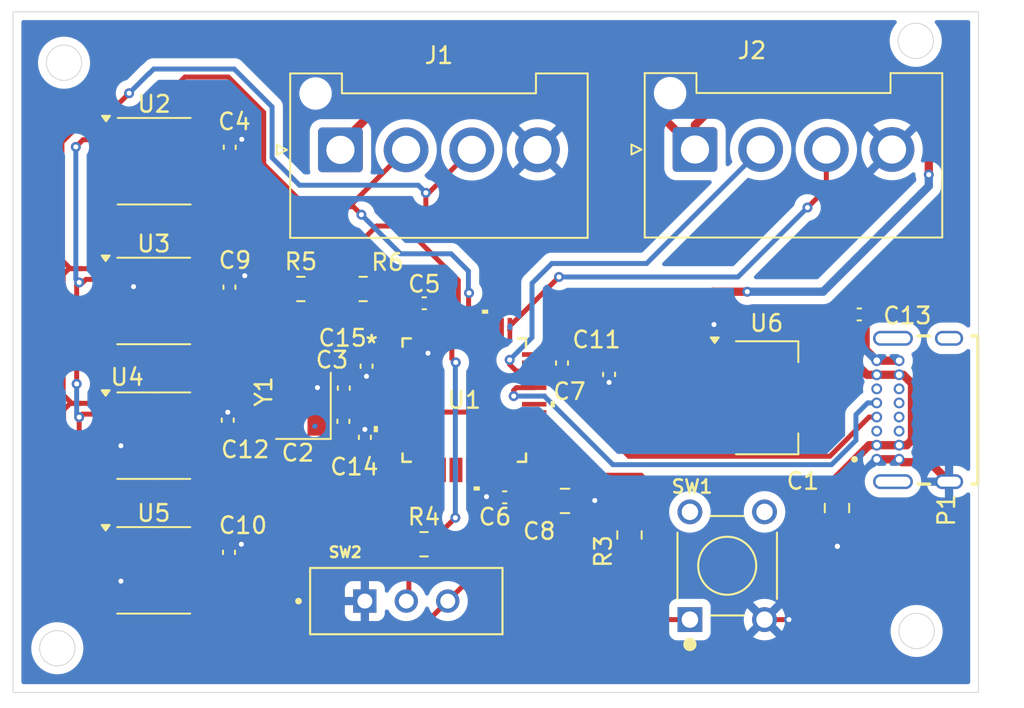
<source format=kicad_pcb>
(kicad_pcb (version 20241229) (generator "pcbnew") (generator_version "9.0")
  (layers (0 "F.Cu" signal) (2 "B.Cu" power) (13 "F.Paste" user) (15 "B.Paste" user) (5 "F.SilkS" user "F.Silkscreen") (7 "B.SilkS" user "B.Silkscreen") (1 "F.Mask" user) (3 "B.Mask" user) (25 "Edge.Cuts" user))
  (net 0 "")
  (net 1 "VBUS")
  (net 2 "GND")
  (net 3 "/OSC_OUT")
  (net 4 "/OSC_IN")
  (net 5 "+3.3V")
  (net 6 "/I2C_SCL")
  (net 7 "/SWCLK")
  (net 8 "/SWDIO")
  (net 13 "/DM")
  (net 14 "/DP")
  (net 15 "/RST")
  (net 16 "Net-(SW2-B)")
  (net 17 "/BOOT")
  (net 75 "/I2C_SDA")
  (footprint "Package_SO:TSSOP-14_4.4x5mm_P0.65mm" (layer "F.Cu") (at 143.0274 103.6066)
    (property "Reference" "U5")
    (property "Value" "AS5048B")
  )
  (footprint "Package_SO:TSSOP-14_4.4x5mm_P0.65mm" (layer "F.Cu") (at 143.0274 87.3506)
    (property "Reference" "U3")
    (property "Value" "AS5048B")
  )
  (footprint "Package_SO:TSSOP-14_4.4x5mm_P0.65mm" (layer "F.Cu") (at 143.0274 95.4786)
    (property "Reference" "U4")
    (property "Value" "AS5048B")
  )
  (footprint "Resistor_SMD:R_0805_2012Metric" (layer "F.Cu") (at 155.6564 86.627401 180)
    (property "Reference" "R6")
    (property "Value" "4.7k")
  )
  (footprint "Capacitor_SMD:C_0402_1005Metric" (layer "F.Cu") (at 159.3394 87.491001)
    (property "Reference" "C5")
    (property "Value" "100nF")
  )
  (footprint "Package_TO_SOT_SMD:SOT-223-3_TabPin2" (layer "F.Cu") (at 179.9844 93.1926)
    (property "Reference" "U6")
    (property "Value" "AMS1117-3.3")
  )
  (footprint "Capacitor_SMD:C_0805_2012Metric" (layer "F.Cu") (at 184.2262 99.8474 90)
    (property "Reference" "C1")
    (property "Value" "100nf")
  )
  (footprint "Capacitor_SMD:C_0402_1005Metric" (layer "F.Cu") (at 154.4626 94.6176 90)
    (property "Reference" "C2")
    (property "Value" "10pF")
  )
  (footprint "USB-C:GCT_USB4085-GF-A_REVB" (layer "F.Cu") (at 190.9826 93.9292 90)
    (property "Reference" "P1")
    (property "Value" "USB_C_Plug")
  )
  (footprint "Capacitor_SMD:C_0402_1005Metric" (layer "F.Cu") (at 155.758 95.5802 90)
    (property "Reference" "C14")
    (property "Value" "100nF")
  )
  (footprint "Capacitor_SMD:C_0805_2012Metric" (layer "F.Cu") (at 167.828 99.4156)
    (property "Reference" "C8")
    (property "Value" "10uF")
  )
  (footprint "Capacitor_SMD:C_0402_1005Metric" (layer "F.Cu") (at 164.1908 99.200401 180)
    (property "Reference" "C6")
    (property "Value" "100nF")
  )
  (footprint "Crystal:Crystal_SMD_3225-4Pin_3.2x2.5mm" (layer "F.Cu") (at 152.0496 93.6778 90)
    (property "Reference" "Y1")
    (property "Value" "16MHz")
  )
  (footprint "SPST:SW_FSM8JH" (layer "F.Cu") (at 177.6074 103.3284 90)
    (property "Reference" "SW1")
    (property "Value" "RESET")
  )
  (footprint "stm:LQFP48_STM" (layer "F.Cu") (at 161.7524 93.333001)
    (property "Reference" "U1")
    (property "Value" "STM32F103C8T6")
  )
  (footprint "Capacitor_SMD:C_0402_1005Metric" (layer "F.Cu") (at 185.5698 88.1634)
    (property "Reference" "C13")
    (property "Value" "100uF")
  )
  (footprint "Capacitor_SMD:C_0402_1005Metric" (layer "F.Cu") (at 147.6094 78.075 90)
    (property "Reference" "C4")
    (property "Value" "100nF")
  )
  (footprint "Capacitor_SMD:C_0402_1005Metric" (layer "F.Cu") (at 147.5663 102.5202 90)
    (property "Reference" "C10")
    (property "Value" "100nF")
  )
  (footprint "Connector_JST:JST_VH_B4P-VH-FB-B_1x04_P3.96mm_Vertical" (layer "F.Cu") (at 175.6639 78.2122)
    (property "Reference" "J2")
    (property "Value" "Conn_01x04_Pin")
  )
  (footprint "Capacitor_SMD:C_0402_1005Metric" (layer "F.Cu") (at 147.4901 94.5446 90)
    (property "Reference" "C12")
    (property "Value" "100nF")
  )
  (footprint "Resistor_SMD:R_0805_2012Metric" (layer "F.Cu") (at 159.3234 102.0318)
    (property "Reference" "R4")
    (property "Value" "10k")
  )
  (footprint "SPDT:SW_MINI-SPDT-SW" (layer "F.Cu") (at 158.2566 105.4608)
    (property "Reference" "SW2")
    (property "Value" "SW_SPDT")
  )
  (footprint "Resistor_SMD:R_0805_2012Metric" (layer "F.Cu") (at 151.8972 86.627401)
    (property "Reference" "R5")
    (property "Value" "4.7k")
  )
  (footprint "Connector_JST:JST_VH_B4P-VH-FB-B_1x04_P3.96mm_Vertical" (layer "F.Cu") (at 154.2844 78.232)
    (property "Reference" "J1")
    (property "Value" "Conn_01x04_Pin")
  )
  (footprint "Capacitor_SMD:C_0402_1005Metric" (layer "F.Cu") (at 154.488 92.611 -90)
    (property "Reference" "C3")
    (property "Value" "10pF")
  )
  (footprint "Resistor_SMD:R_0805_2012Metric" (layer "F.Cu") (at 171.7146 101.4742 -90)
    (property "Reference" "R3")
    (property "Value" "10k")
  )
  (footprint "Capacitor_SMD:C_0402_1005Metric" (layer "F.Cu") (at 170.4848 91.7835 -90)
    (property "Reference" "C11")
    (property "Value" "100uF")
  )
  (footprint "Capacitor_SMD:C_0402_1005Metric" (layer "F.Cu") (at 155.8596 91.2876 -90)
    (property "Reference" "C15")
    (property "Value" "100nF")
  )
  (footprint "Capacitor_SMD:C_0402_1005Metric" (layer "F.Cu") (at 147.5917 86.5182 90)
    (property "Reference" "C9")
    (property "Value" "100nF")
  )
  (footprint "Capacitor_SMD:C_0402_1005Metric" (layer "F.Cu") (at 167.6452 91.097801 -90)
    (property "Reference" "C7")
    (property "Value" "100nF")
  )
  (footprint "Package_SO:TSSOP-14_4.4x5mm_P0.65mm" (layer "F.Cu") (at 143.0528 78.9178)
    (property "Reference" "U2")
    (property "Value" "AS5048B")
  )
  (gr_circle (center 188.976 71.6534) (end 189.8142 72.3138) (stroke (width 0.05)) (fill no) (layer "Edge.Cuts"))
  (gr_circle (center 189.0268 107.2642) (end 189.865 107.9246) (stroke (width 0.05)) (fill no) (layer "Edge.Cuts"))
  (gr_rect (start 134.5438 69.9008) (end 192.7606 110.9726) (stroke (width 0.05)) (fill no) (layer "Edge.Cuts"))
  (gr_circle (center 137.2108 108.3056) (end 138.049 108.966) (stroke (width 0.05)) (fill no) (layer "Edge.Cuts"))
  (gr_circle (center 137.6172 72.9742) (end 138.4554 73.6346) (stroke (width 0.05)) (fill no) (layer "Edge.Cuts"))
  (segment (start 177.396 96.0542) (end 176.8344 95.4926) (width 0.5) (layer "F.Cu") (net 1))
  (segment (start 184.2262 97.990981) (end 184.2262 98.8974) (width 0.5) (layer "F.Cu") (net 1))
  (segment (start 185.0898 90.3478) (end 184.8358 90.6018) (width 0.5) (layer "F.Cu") (net 1))
  (segment (start 188.7486 95.737819) (end 188.432219 96.0542) (width 0.5) (layer "F.Cu") (net 1))
  (segment (start 181.7252 90.6018) (end 184.8358 90.6018) (width 0.5) (layer "F.Cu") (net 1))
  (segment (start 186.0382 91.8042) (end 186.6226 91.8042) (width 0.5) (layer "F.Cu") (net 1))
  (segment (start 187.9726 91.8042) (end 188.22003 91.8042) (width 0.5) (layer "F.Cu") (net 1))
  (segment (start 188.22003 91.8042) (end 188.7486 92.33277) (width 0.5) (layer "F.Cu") (net 1))
  (segment (start 186.6226 96.0542) (end 187.9726 96.0542) (width 0.5) (layer "F.Cu") (net 1))
  (segment (start 184.8358 90.6018) (end 186.0382 91.8042) (width 0.5) (layer "F.Cu") (net 1))
  (segment (start 188.7486 92.33277) (end 188.7486 95.737819) (width 0.5) (layer "F.Cu") (net 1))
  (segment (start 185.0898 88.1634) (end 185.0898 90.3478) (width 0.5) (layer "F.Cu") (net 1))
  (segment (start 186.6226 91.8042) (end 187.9726 91.8042) (width 0.5) (layer "F.Cu") (net 1))
  (segment (start 188.432219 96.0542) (end 187.9726 96.0542) (width 0.5) (layer "F.Cu") (net 1))
  (segment (start 176.8344 95.4926) (end 181.7252 90.6018) (width 0.5) (layer "F.Cu") (net 1))
  (segment (start 186.6226 96.0542) (end 186.162981 96.0542) (width 0.5) (layer "F.Cu") (net 1))
  (segment (start 186.162981 96.0542) (end 184.2262 97.990981) (width 0.5) (layer "F.Cu") (net 1))
  (segment (start 147.5917 86.0382) (end 148.3022 86.0382) (width 0.3) (layer "F.Cu") (net 2))
  (segment (start 139.0764 87.649599) (end 139.427401 88.0006) (width 0.3) (layer "F.Cu") (net 2))
  (segment (start 147.5663 102.0402) (end 148.3022 102.0402) (width 0.3) (layer "F.Cu") (net 2))
  (segment (start 147.5793 86.0506) (end 147.5917 86.0382) (width 0.3) (layer "F.Cu") (net 2))
  (segment (start 185.9516 88.2616) (end 185.9516 90.2832) (width 0.5) (layer "F.Cu") (net 2))
  (segment (start 139.0764 87.249) (end 139.0764 87.649599) (width 0.3) (layer "F.Cu") (net 2))
  (segment (start 147.5663 102.0402) (end 147.2999 102.3066) (width 0.3) (layer "F.Cu") (net 2))
  (segment (start 163.7108 99.200401) (end 163.132201 99.200401) (width 0.3) (layer "F.Cu") (net 2))
  (segment (start 184.2262 102.1334) (end 184.2516 102.1588) (width 0.2) (layer "F.Cu") (net 2))
  (segment (start 159.8194 87.491001) (end 159.502399 87.808002) (width 0.2) (layer "F.Cu") (net 2))
  (segment (start 139.436818 86.7006) (end 139.0764 87.061018) (width 0.3) (layer "F.Cu") (net 2))
  (segment (start 151.1996 94.7778) (end 151.1996 94.6778) (width 0.3) (layer "F.Cu") (net 2))
  (segment (start 189.8072 97.0788) (end 188.1472 97.0788) (width 0.5) (layer "F.Cu") (net 2))
  (segment (start 147.5866 77.6178) (end 147.6094 77.595) (width 0.3) (layer "F.Cu") (net 2))
  (segment (start 154.488 93.091) (end 154.488 94.1122) (width 0.3) (layer "F.Cu") (net 2))
  (segment (start 139.427401 88.0006) (end 140.1649 88.0006) (width 0.3) (layer "F.Cu") (net 2))
  (segment (start 179.8574 106.5784) (end 181.3306 106.5784) (width 0.3) (layer "F.Cu") (net 2))
  (segment (start 144.537218 78.2678) (end 145.187218 77.6178) (width 0.3) (layer "F.Cu") (net 2))
  (segment (start 186.6226 90.9542) (end 187.9726 90.9542) (width 0.5) (layer "F.Cu") (net 2))
  (segment (start 159.502399 87.808002) (end 159.502399 89.116601) (width 0.2) (layer "F.Cu") (net 2))
  (segment (start 140.1903 78.2678) (end 140.1903 78.9178) (width 0.3) (layer "F.Cu") (net 2))
  (segment (start 150.4864 94.0646) (end 151.1996 94.7778) (width 0.3) (layer "F.Cu") (net 2))
  (segment (start 165.9688 91.083) (end 167.102139 91.083) (width 0.3) (layer "F.Cu") (net 2))
  (segment (start 145.8899 86.0506) (end 147.5793 86.0506) (width 0.3) (layer "F.Cu") (net 2))
  (segment (start 145.8899 94.1786) (end 147.3761 94.1786) (width 0.3) (layer "F.Cu") (net 2))
  (segment (start 167.102139 91.083) (end 167.59694 91.577801) (width 0.3) (layer "F.Cu") (net 2))
  (segment (start 147.6094 77.595) (end 148.334 77.595) (width 0.3) (layer "F.Cu") (net 2))
  (segment (start 176.8344 90.8926) (end 176.8344 88.798) (width 0.3) (layer "F.Cu") (net 2))
  (segment (start 170.4848 92.2635) (end 170.2161 92.2635) (width 0.5) (layer "F.Cu") (net 2))
  (segment (start 148.3022 102.0402) (end 148.3106 102.0318) (width 0.3) (layer "F.Cu") (net 2))
  (segment (start 163.132201 99.200401) (end 163.0934 99.1616) (width 0.3) (layer "F.Cu") (net 2))
  (segment (start 169.487073 91.577801) (end 167.6452 91.577801) (width 0.5) (layer "F.Cu") (net 2))
  (segment (start 176.8344 88.798) (end 176.8094 88.773) (width 0.3) (layer "F.Cu") (net 2))
  (segment (start 153.4128 93.091) (end 154.488 93.091) (width 0.3) (layer "F.Cu") (net 2))
  (segment (start 140.1903 79.5678) (end 140.1903 78.9178) (width 0.3) (layer "F.Cu") (net 2))
  (segment (start 140.1649 96.1286) (end 140.1649 95.4786) (width 0.3) (layer "F.Cu") (net 2))
  (segment (start 186.0498 88.1634) (end 185.9516 88.2616) (width 0.5) (layer "F.Cu") (net 2))
  (segment (start 140.1649 86.7006) (end 140.4138 86.7006) (width 0.3) (layer "F.Cu") (net 2))
  (segment (start 190.9826 98.2542) (end 189.8072 97.0788) (width 0.5) (layer "F.Cu") (net 2))
  (segment (start 154.488 94.1122) (end 154.4626 94.1376) (width 0.3) (layer "F.Cu") (net 2))
  (segment (start 147.2999 102.3066) (end 145.8899 102.3066) (width 0.3) (layer "F.Cu") (net 2))
  (segment (start 164.002401 98.9088) (end 163.7108 99.200401) (width 0.3) (layer "F.Cu") (net 2))
  (segment (start 147.4901 94.0646) (end 150.4864 94.0646) (width 0.3) (layer "F.Cu") (net 2))
  (segment (start 151.1996 94.6778) (end 152.8996 92.9778) (width 0.3) (layer "F.Cu") (net 2))
  (segment (start 169.508737 91.556137) (end 169.487073 91.577801) (width 0.5) (layer "F.Cu") (net 2))
  (segment (start 152.8996 92.9778) (end 152.8996 92.5778) (width 0.3) (layer "F.Cu") (net 2))
  (segment (start 139.0764 87.061018) (end 139.0764 87.249) (width 0.3) (layer "F.Cu") (net 2))
  (segment (start 140.1649 104.2566) (end 141.046953 104.256601) (width 0.3) (layer "F.Cu") (net 2))
  (segment (start 140.1903 78.2678) (end 144.537218 78.2678) (width 0.3) (layer "F.Cu") (net 2))
  (segment (start 152.8996 92.5778) (end 153.4128 93.091) (width 0.3) (layer "F.Cu") (net 2))
  (segment (start 159.502399 90.439799) (end 159.5628 90.5002) (width 0.2) (layer "F.Cu") (net 2))
  (segment (start 164.002401 97.549401) (end 164.002401 98.9088) (width 0.3) (layer "F.Cu") (net 2))
  (segment (start 140.1649 86.7006) (end 139.436818 86.7006) (width 0.3) (layer "F.Cu") (net 2))
  (segment (start 159.502399 89.116601) (end 159.502399 90.439799) (width 0.2) (layer "F.Cu") (net 2))
  (segment (start 168.778 99.4156) (end 169.5958 99.4156) (width 0.3) (layer "F.Cu") (net 2))
  (segment (start 184.2262 100.7974) (end 184.2262 102.1334) (width 0.2) (layer "F.Cu") (net 2))
  (segment (start 141.5946 86.7006) (end 141.8082 86.487) (width 0.3) (layer "F.Cu") (net 2))
  (segment (start 145.187218 77.6178) (end 145.9153 77.6178) (width 0.3) (layer "F.Cu") (net 2))
  (segment (start 186.6226 96.9042) (end 187.9726 96.9042) (width 0.5) (layer "F.Cu") (net 2))
  (segment (start 188.1472 97.0788) (end 187.9726 96.9042) (width 0.5) (layer "F.Cu") (net 2))
  (segment (start 155.758 94.882701) (end 155.758 95.1002) (width 0.2) (layer "F.Cu") (net 2))
  (segment (start 170.2161 92.2635) (end 169.508737 91.556137) (width 0.5) (layer "F.Cu") (net 2))
  (segment (start 147.3761 94.1786) (end 147.4901 94.0646) (width 0.3) (layer "F.Cu") (net 2))
  (segment (start 148.3022 86.0382) (end 148.5138 85.8266) (width 0.3) (layer "F.Cu") (net 2))
  (segment (start 155.8596 91.7676) (end 155.8596 91.892) (width 0.2) (layer "F.Cu") (net 2))
  (segment (start 167.59694 91.577801) (end 167.6452 91.577801) (width 0.3) (layer "F.Cu") (net 2))
  (segment (start 156.557699 94.083002) (end 155.758 94.882701) (width 0.2) (layer "F.Cu") (net 2))
  (segment (start 140.1649 86.7006) (end 141.5946 86.7006) (width 0.3) (layer "F.Cu") (net 2))
  (segment (start 141.0058 96.1286) (end 141.0462 96.0882) (width 0.3) (layer "F.Cu") (net 2))
  (segment (start 169.5958 99.4156) (end 169.6212 99.3902) (width 0.3) (layer "F.Cu") (net 2))
  (segment (start 140.1649 96.1286) (end 141.0058 96.1286) (width 0.3) (layer "F.Cu") (net 2))
  (segment (start 157.536 94.083002) (end 156.557699 94.083002) (width 0.2) (layer "F.Cu") (net 2))
  (segment (start 185.9516 90.2832) (end 186.6226 90.9542) (width 0.5) (layer "F.Cu") (net 2))
  (segment (start 155.8596 91.892) (end 155.8544 91.8972) (width 0.2) (layer "F.Cu") (net 2))
  (segment (start 148.334 77.595) (end 148.336 77.597) (width 0.3) (layer "F.Cu") (net 2))
  (segment (start 145.9153 77.6178) (end 147.5866 77.6178) (width 0.3) (layer "F.Cu") (net 2))
  (via (at 148.5138 85.8266) (size 0.6) (drill 0.3) (layers "F.Cu" "B.Cu") (net 2))
  (via (at 159.5628 90.5002) (size 0.6) (drill 0.3) (layers "F.Cu" "B.Cu") (net 2))
  (via (at 184.2516 102.1588) (size 0.6) (drill 0.3) (layers "F.Cu" "B.Cu") (net 2))
  (via (at 181.3306 106.5784) (size 0.6) (drill 0.3) (layers "F.Cu" "B.Cu") (net 2))
  (via (at 155.758 95.1002) (size 0.6) (drill 0.3) (layers "F.Cu" "B.Cu") (net 2))
  (via (at 176.8094 88.773) (size 0.6) (drill 0.3) (layers "F.Cu" "B.Cu") (net 2))
  (via (at 170.4848 92.2635) (size 0.6) (drill 0.3) (layers "F.Cu" "B.Cu") (net 2))
  (via (at 184.2516 102.1588) (size 0.6) (drill 0.3) (layers "F.Cu" "B.Cu") (net 2))
  (via (at 147.4901 94.0646) (size 0.6) (drill 0.3) (layers "F.Cu" "B.Cu") (net 2))
  (via (at 169.6212 99.3902) (size 0.6) (drill 0.3) (layers "F.Cu" "B.Cu") (net 2))
  (via (at 141.046953 104.256601) (size 0.6) (drill 0.3) (layers "F.Cu" "B.Cu") (net 2))
  (via (at 155.8544 91.8972) (size 0.6) (drill 0.3) (layers "F.Cu" "B.Cu") (net 2))
  (via (at 163.0934 99.1616) (size 0.6) (drill 0.3) (layers "F.Cu" "B.Cu") (net 2))
  (via (at 152.8996 92.5778) (size 0.6) (drill 0.3) (layers "F.Cu" "B.Cu") (net 2))
  (via (at 141.8082 86.487) (size 0.6) (drill 0.3) (layers "F.Cu" "B.Cu") (net 2))
  (via (at 148.3106 102.0318) (size 0.6) (drill 0.3) (layers "F.Cu" "B.Cu") (net 2))
  (via (at 141.0462 96.0882) (size 0.6) (drill 0.3) (layers "F.Cu" "B.Cu") (net 2))
  (via (at 148.336 77.597) (size 0.6) (drill 0.3) (layers "F.Cu" "B.Cu") (net 2))
  (via (at 184.2516 102.1588) (size 0.6) (drill 0.3) (layers "F.Cu" "B.Cu") (net 2))
  (segment (start 141.046953 104.256601) (end 141.208999 104.256601) (width 0.3) (layer "B.Cu") (net 2))
  (segment (start 157.536 93.083001) (end 156.477199 93.083001) (width 0.2) (layer "F.Cu") (net 3))
  (segment (start 152.8996 94.7778) (end 154.1428 94.7778) (width 0.3) (layer "F.Cu") (net 3))
  (segment (start 154.1428 94.7778) (end 154.4626 95.0976) (width 0.3) (layer "F.Cu") (net 3))
  (segment (start 156.477199 93.083001) (end 154.4626 95.0976) (width 0.2) (layer "F.Cu") (net 3))
  (segment (start 152.7302 94.9198) (end 152.7556 94.8944) (width 0.3) (layer "B.Cu") (net 3))
  (segment (start 157.536 92.583) (end 154.98826 92.583) (width 0.3) (layer "F.Cu") (net 4))
  (segment (start 154.488 91.8516) (end 154.488 92.131) (width 0.3) (layer "F.Cu") (net 4))
  (segment (start 151.1996 91.8784) (end 151.9936 91.0844) (width 0.3) (layer "F.Cu") (net 4))
  (segment (start 154.53626 92.131) (end 154.488 92.131) (width 0.3) (layer "F.Cu") (net 4))
  (segment (start 154.98826 92.583) (end 154.53626 92.131) (width 0.3) (layer "F.Cu") (net 4))
  (segment (start 151.1996 92.5778) (end 151.1996 91.8784) (width 0.3) (layer "F.Cu") (net 4))
  (segment (start 151.9936 91.0844) (end 153.67 91.0844) (width 0.3) (layer "F.Cu") (net 4))
  (segment (start 153.6954 91.059) (end 154.488 91.8516) (width 0.3) (layer "F.Cu") (net 4))
  (segment (start 153.67 91.0844) (end 153.6954 91.059) (width 0.3) (layer "F.Cu") (net 4))
  (segment (start 145.8899 86.7006) (end 147.2941 86.7006) (width 0.3) (layer "F.Cu") (net 5))
  (segment (start 145.9153 78.2678) (end 147.3222 78.2678) (width 0.3) (layer "F.Cu") (net 5))
  (segment (start 157.536 90.583001) (end 159.0024 89.116601) (width 0.3) (layer "F.Cu") (net 5))
  (segment (start 172.2142 91.3035) (end 174.1033 93.1926) (width 0.5) (layer "F.Cu") (net 5))
  (segment (start 147.3222 78.2678) (end 147.6094 78.555) (width 0.3) (layer "F.Cu") (net 5))
  (segment (start 189.7634 79.7306) (end 189.7634 75.6412) (width 0.5) (layer "F.Cu") (net 5))
  (segment (start 141.2136 94.8286) (end 140.1649 94.8286) (width 0.3) (layer "F.Cu") (net 5))
  (segment (start 189.7634 75.6412) (end 189.611 75.4888) (width 0.5) (layer "F.Cu") (net 5))
  (segment (start 155.758 96.0602) (end 155.758 96.195) (width 0.3) (layer "F.Cu") (net 5))
  (segment (start 164.5024 99.032001) (end 164.6708 99.200401) (width 0.3) (layer "F.Cu") (net 5))
  (segment (start 159.1056 94.6912) (end 158.997401 94.583001) (width 0.3) (layer "F.Cu") (net 5))
  (segment (start 156.464 96.901) (end 156.6164 96.901) (width 0.3) (layer "F.Cu") (net 5))
  (segment (start 170.4086 101.1174) (end 170.9643 100.5617) (width 0.5) (layer "F.Cu") (net 5))
  (segment (start 155.758 96.195) (end 156.464 96.901) (width 0.3) (layer "F.Cu") (net 5))
  (segment (start 143.876 94.8286) (end 145.8899 94.8286) (width 0.3) (layer "F.Cu") (net 5))
  (segment (start 149.2935 104.4371) (end 150.114 105.2576) (width 0.3) (layer "F.Cu") (net 5))
  (segment (start 170.9643 100.5617) (end 171.7146 100.5617) (width 0.5) (layer "F.Cu") (net 5))
  (segment (start 164.5024 97.549401) (end 164.5024 99.032001) (width 0.3) (layer "F.Cu") (net 5))
  (segment (start 148.7932 88.6714) (end 146.0754 91.3892) (width 0.3) (layer "F.Cu") (net 5))
  (segment (start 150.9847 86.627401) (end 150.613901 86.9982) (width 0.5) (layer "F.Cu") (net 5))
  (segment (start 150.9847 82.0491) (end 150.9847 86.627401) (width 0.3) (layer "F.Cu") (net 5))
  (segment (start 150.749 102.7684) (end 150.749 104.6226) (width 0.3) (layer "F.Cu") (net 5))
  (segment (start 145.8899 94.8286) (end 147.2941 94.8286) (width 0.3) (layer "F.Cu") (net 5))
  (segment (start 157.9958 86.627401) (end 158.8594 87.491001) (width 0.3) (layer "F.Cu") (net 5))
  (segment (start 151.7142 107.1626) (end 150.114 105.5624) (width 0.3) (layer "F.Cu") (net 5))
  (segment (start 142.5448 93.4974) (end 141.2136 94.8286) (width 0.3) (layer "F.Cu") (net 5))
  (segment (start 156.5689 86.627401) (end 157.9958 86.627401) (width 0.3) (layer "F.Cu") (net 5))
  (segment (start 144.511818 87.3506) (end 145.161818 86.7006) (width 0.3) (layer "F.Cu") (net 5))
  (segment (start 175.6639 76.7359) (end 175.6639 78.2122) (width 0.5) (layer "F.Cu") (net 5))
  (segment (start 140.1649 103.6066) (end 140.1649 102.9566) (width 0.3) (layer "F.Cu") (net 5))
  (segment (start 172.2142 91.3035) (end 170.4848 91.3035) (width 0.5) (layer "F.Cu") (net 5))
  (segment (start 147.6094 78.555) (end 147.6094 78.6738) (width 0.3) (layer "F.Cu") (net 5))
  (segment (start 167.6104 90.583001) (end 167.6452 90.617801) (width 0.3) (layer "F.Cu") (net 5))
  (segment (start 160.7566 105.4608) (end 159.0548 107.1626) (width 0.3) (layer "F.Cu") (net 5))
  (segment (start 176.7259 86.7918) (end 172.2142 91.3035) (width 0.5) (layer "F.Cu") (net 5))
  (segment (start 156.9974 75.184) (end 172.6357 75.184) (width 0.5) (layer "F.Cu") (net 5))
  (segment (start 145.161818 86.7006) (end 145.8899 86.7006) (width 0.3) (layer "F.Cu") (net 5))
  (segment (start 147.5917 87.4699) (end 148.7932 88.6714) (width 0.3) (layer "F.Cu") (net 5))
  (segment (start 146.0754 91.3892) (end 143.129 91.3892) (width 0.3) (layer "F.Cu") (net 5))
  (segment (start 167.9956 101.1174) (end 170.4086 101.1174) (width 0.5) (layer "F.Cu") (net 5))
  (segment (start 142.5448 93.4974) (end 143.876 94.8286) (width 0.3) (layer "F.Cu") (net 5))
  (segment (start 169.799101 90.617801) (end 170.4848 91.3035) (width 0.5) (layer "F.Cu") (net 5))
  (segment (start 150.613901 86.9982) (end 147.5917 86.9982) (width 0.5) (layer "F.Cu") (net 5))
  (segment (start 165.9688 90.583001) (end 167.6104 90.583001) (width 0.3) (layer "F.Cu") (net 5))
  (segment (start 158.8594 87.491001) (end 158.8594 88.973601) (width 0.3) (layer "F.Cu") (net 5))
  (segment (start 159.0548 107.1626) (end 151.7142 107.1626) (width 0.3) (layer "F.Cu") (net 5))
  (segment (start 154.2844 78.232) (end 154.2844 77.897) (width 0.5) (layer "F.Cu") (net 5))
  (segment (start 164.6708 99.200401) (end 164.6708 101.5466) (width 0.3) (layer "F.Cu") (net 5))
  (segment (start 148.7932 88.6714) (end 157.679001 88.6714) (width 0.3) (layer "F.Cu") (net 5))
  (segment (start 155.8596 90.8076) (end 156.084199 90.583001) (width 0.3) (layer "F.Cu") (net 5))
  (segment (start 145.8899 102.9566) (end 147.5227 102.9566) (width 0.3) (layer "F.Cu") (net 5))
  (segment (start 147.2941 94.8286) (end 147.4901 95.0246) (width 0.3) (layer "F.Cu") (net 5))
  (segment (start 142.5194 91.9988) (end 142.5194 93.472) (width 0.3) (layer "F.Cu") (net 5))
  (segment (start 147.5227 102.9566) (end 147.5663 103.0002) (width 0.3) (layer "F.Cu") (net 5))
  (segment (start 178.816 86.7918) (end 176.7259 86.7918) (width 0.5) (layer "F.Cu") (net 5))
  (segment (start 150.749 102.7684) (end 156.6164 96.901) (width 0.3) (layer "F.Cu") (net 5))
  (segment (start 166.878 99.4156) (end 166.878 99.9998) (width 0.5) (layer "F.Cu") (net 5))
  (segment (start 158.997401 94.583001) (end 157.536 94.583001) (width 0.3) (layer "F.Cu") (net 5))
  (segment (start 166.878 99.9998) (end 167.9956 101.1174) (width 0.5) (layer "F.Cu") (net 5))
  (segment (start 157.679001 88.6714) (end 158.8594 87.491001) (width 0.3) (layer "F.Cu") (net 5))
  (segment (start 189.611 75.4888) (end 176.911 75.4888) (width 0.5) (layer "F.Cu") (net 5))
  (segment (start 156.084199 90.583001) (end 157.536 90.583001) (width 0.3) (layer "F.Cu") (net 5))
  (segment (start 142.5194 93.472) (end 142.5448 93.4974) (width 0.3) (layer "F.Cu") (net 5))
  (segment (start 159.1056 95.979801) (end 159.1056 94.6912) (width 0.3) (layer "F.Cu") (net 5))
  (segment (start 176.911 75.4888) (end 175.6639 76.7359) (width 0.5) (layer "F.Cu") (net 5))
  (segment (start 147.5663 103.0002) (end 147.5663 104.4371) (width 0.3) (layer "F.Cu") (net 5))
  (segment (start 143.129 91.3892) (end 142.5194 91.9988) (width 0.3) (layer "F.Cu") (net 5))
  (segment (start 154.2844 77.897) (end 156.9974 75.184) (width 0.5) (layer "F.Cu") (net 5))
  (segment (start 147.2941 86.7006) (end 147.5917 86.9982) (width 0.3) (layer "F.Cu") (net 5))
  (segment (start 166.662801 99.200401) (end 166.878 99.4156) (width 0.5) (layer "F.Cu") (net 5))
  (segment (start 140.1649 102.9566) (end 145.8899 102.9566) (width 0.3) (layer "F.Cu") (net 5))
  (segment (start 167.6452 90.617801) (end 169.799101 90.617801) (width 0.5) (layer "F.Cu") (net 5))
  (segment (start 158.184401 96.901) (end 159.1056 95.979801) (width 0.3) (layer "F.Cu") (net 5))
  (segment (start 147.5917 86.9982) (end 147.5917 87.4699) (width 0.3) (layer "F.Cu") (net 5))
  (segment (start 158.8594 88.973601) (end 159.0024 89.116601) (width 0.3) (layer "F.Cu") (net 5))
  (segment (start 164.6708 101.5466) (end 160.7566 105.4608) (width 0.3) (layer "F.Cu") (net 5))
  (segment (start 147.5663 104.4371) (end 149.2935 104.4371) (width 0.3) (layer "F.Cu") (net 5))
  (segment (start 156.6164 96.901) (end 158.184401 96.901) (width 0.3) (layer "F.Cu") (net 5))
  (segment (start 140.1649 87.3506) (end 144.511818 87.3506) (width 0.3) (layer "F.Cu") (net 5))
  (segment (start 147.6094 78.6738) (end 150.9847 82.0491) (width 0.3) (layer "F.Cu") (net 5))
  (segment (start 174.1033 93.1926) (end 176.8344 93.1926) (width 0.5) (layer "F.Cu") (net 5))
  (segment (start 172.6357 75.184) (end 175.6639 78.2122) (width 0.5) (layer "F.Cu") (net 5))
  (segment (start 150.749 104.6226) (end 150.114 105.2576) (width 0.3) (layer "F.Cu") (net 5))
  (segment (start 150.114 105.5624) (end 150.114 105.2576) (width 0.3) (layer "F.Cu") (net 5))
  (segment (start 164.6708 99.200401) (end 166.662801 99.200401) (width 0.5) (layer "F.Cu") (net 5))
  (via (at 189.7634 79.7306) (size 0.6) (drill 0.3) (layers "F.Cu" "B.Cu") (net 5))
  (via (at 178.816 86.7918) (size 0.6) (drill 0.3) (layers "F.Cu" "B.Cu") (net 5))
  (segment (start 183.388 86.7918) (end 189.7634 80.4164) (width 0.5) (layer "B.Cu") (net 5))
  (segment (start 178.816 86.7918) (end 183.2864 86.7918) (width 0.5) (layer "B.Cu") (net 5))
  (segment (start 183.2864 86.7918) (end 183.388 86.7918) (width 0.5) (layer "B.Cu") (net 5))
  (segment (start 189.7634 80.4164) (end 189.7634 79.7306) (width 0.5) (layer "B.Cu") (net 5))
  (segment (start 138.5316 94.361) (end 138.5316 98.645218) (width 0.3) (layer "F.Cu") (net 6))
  (segment (start 144.907 73.8378) (end 147.5232 73.8378) (width 0.3) (layer "F.Cu") (net 6))
  (segment (start 138.93364 86.0506) (end 140.1649 86.0506) (width 0.3) (layer "F.Cu") (net 6))
  (segment (start 138.714 94.1786) (end 140.1649 94.1786) (width 0.3) (layer "F.Cu") (net 6))
  (segment (start 138.5316 86.233) (end 138.75124 86.233) (width 0.3) (layer "F.Cu") (net 6))
  (segment (start 162.011701 86.897899) (end 162.011701 89.1073) (width 0.3) (layer "F.Cu") (net 6))
  (segment (start 162.011701 89.1073) (end 162.0024 89.116601) (width 0.3) (layer "F.Cu") (net 6))
  (segment (start 140.8984 102.3066) (end 140.1649 102.3066) (width 0.3) (layer "F.Cu") (net 6))
  (segment (start 154.8154 81.661) (end 155.067 81.661) (width 0.3) (layer "F.Cu") (net 6))
  (segment (start 141.2534 101.367018) (end 141.2534 101.9516) (width 0.3) (layer "F.Cu") (net 6))
  (segment (start 153.5496 81.661) (end 152.8097 82.4009) (width 0.3) (layer "F.Cu") (net 6))
  (segment (start 149.6568 79.0956) (end 152.8097 82.2485) (width 0.3) (layer "F.Cu") (net 6))
  (segment (start 138.5316 94.361) (end 138.714 94.1786) (width 0.3) (layer "F.Cu") (net 6))
  (segment (start 162.0416 86.868) (end 162.011701 86.897899) (width 0.3) (layer "F.Cu") (net 6))
  (segment (start 147.5232 73.8378) (end 149.6568 75.9714) (width 0.3) (layer "F.Cu") (net 6))
  (segment (start 141.2534 101.9516) (end 140.8984 102.3066) (width 0.3) (layer "F.Cu") (net 6))
  (segment (start 138.75124 86.233) (end 138.93364 86.0506) (width 0.3) (layer "F.Cu") (net 6))
  (segment (start 158.2444 78.232) (end 154.8154 81.661) (width 0.3) (layer "F.Cu") (net 6))
  (segment (start 152.8097 82.2485) (end 152.8097 82.55) (width 0.3) (layer "F.Cu") (net 6))
  (segment (start 140.1903 77.6178) (end 141.127 77.6178) (width 0.3) (layer "F.Cu") (net 6))
  (segment (start 140.1903 77.6178) (end 138.7648 77.6178) (width 0.3) (layer "F.Cu") (net 6))
  (segment (start 138.5316 86.233) (end 138.3792 86.3854) (width 0.3) (layer "F.Cu") (net 6))
  (segment (start 152.8097 82.55) (end 152.8097 86.627401) (width 0.3) (layer "F.Cu") (net 6))
  (segment (start 141.127 77.6178) (end 144.907 73.8378) (width 0.3) (layer "F.Cu") (net 6))
  (segment (start 149.6568 75.9714) (end 149.6568 79.0956) (width 0.3) (layer "F.Cu") (net 6))
  (segment (start 155.067 81.661) (end 155.5496 82.1436) (width 0.3) (layer "F.Cu") (net 6))
  (segment (start 154.8154 81.661) (end 153.5496 81.661) (width 0.3) (layer "F.Cu") (net 6))
  (segment (start 152.8097 82.4009) (end 152.8097 82.55) (width 0.3) (layer "F.Cu") (net 6))
  (segment (start 138.5316 98.645218) (end 141.2534 101.367018) (width 0.3) (layer "F.Cu") (net 6))
  (segment (start 138.7648 77.6178) (end 138.3284 78.0542) (width 0.3) (layer "F.Cu") (net 6))
  (segment (start 138.3792 86.3854) (end 138.3792 92.3544) (width 0.3) (layer "F.Cu") (net 6))
  (via (at 138.5316 86.233) (size 0.6) (drill 0.3) (layers "F.Cu" "B.Cu") (net 6))
  (via (at 138.3284 78.0542) (size 0.6) (drill 0.3) (layers "F.Cu" "B.Cu") (net 6))
  (via (at 162.0416 86.868) (size 0.6) (drill 0.3) (layers "F.Cu" "B.Cu") (net 6))
  (via (at 138.3792 92.3544) (size 0.6) (drill 0.3) (layers "F.Cu" "B.Cu") (net 6))
  (via (at 155.5496 82.1436) (size 0.6) (drill 0.3) (layers "F.Cu" "B.Cu") (net 6))
  (via (at 138.5316 94.361) (size 0.6) (drill 0.3) (layers "F.Cu" "B.Cu") (net 6))
  (segment (start 138.3792 94.2086) (end 138.5316 94.361) (width 0.3) (layer "B.Cu") (net 6))
  (segment (start 160.9598 84.5058) (end 162.0012 85.5472) (width 0.3) (layer "B.Cu") (net 6))
  (segment (start 162.0012 85.5472) (end 162.0012 86.868) (width 0.3) (layer "B.Cu") (net 6))
  (segment (start 162.0012 86.868) (end 162.0416 86.868) (width 0.3) (layer "B.Cu") (net 6))
  (segment (start 138.3792 92.3544) (end 138.3792 94.2086) (width 0.3) (layer "B.Cu") (net 6))
  (segment (start 155.5496 82.1436) (end 157.9118 84.5058) (width 0.3) (layer "B.Cu") (net 6))
  (segment (start 138.5316 86.233) (end 138.3284 86.0298) (width 0.3) (layer "B.Cu") (net 6))
  (segment (start 157.9118 84.5058) (end 160.9598 84.5058) (width 0.3) (layer "B.Cu") (net 6))
  (segment (start 138.3284 86.0298) (end 138.3284 78.0542) (width 0.3) (layer "B.Cu") (net 6))
  (segment (start 164.493101 89.107302) (end 164.5024 89.116601) (width 0.3) (layer "F.Cu") (net 7))
  (segment (start 164.493101 88.871899) (end 164.493101 89.107302) (width 0.3) (layer "F.Cu") (net 7))
  (segment (start 183.5839 78.2122) (end 183.5839 80.5761) (width 0.3) (layer "F.Cu") (net 7))
  (segment (start 167.4622 85.9028) (end 164.493101 88.871899) (width 0.3) (layer "F.Cu") (net 7))
  (segment (start 183.5839 80.5761) (end 182.4482 81.7118) (width 0.3) (layer "F.Cu") (net 7))
  (via (at 182.4482 81.7118) (size 0.6) (drill 0.3) (layers "F.Cu" "B.Cu") (net 7))
  (via (at 167.4622 85.9028) (size 0.6) (drill 0.3) (layers "F.Cu" "B.Cu") (net 7))
  (segment (start 178.2572 85.9028) (end 167.4622 85.9028) (width 0.3) (layer "B.Cu") (net 7))
  (segment (start 164.5158 88.8492) (end 164.5158 88.9762) (width 0.3) (layer "B.Cu") (net 7))
  (segment (start 182.4482 81.7118) (end 178.2572 85.9028) (width 0.3) (layer "B.Cu") (net 7))
  (segment (start 164.4904 91.1829) (end 164.4904 90.9066) (width 0.3) (layer "F.Cu") (net 8))
  (segment (start 165.9688 91.583002) (end 164.890502 91.583002) (width 0.3) (layer "F.Cu") (net 8))
  (segment (start 164.890502 91.583002) (end 164.4904 91.1829) (width 0.3) (layer "F.Cu") (net 8))
  (via (at 164.4904 90.9066) (size 0.6) (drill 0.3) (layers "F.Cu" "B.Cu") (net 8))
  (segment (start 165.8366 86.2838) (end 165.8366 89.5604) (width 0.3) (layer "B.Cu") (net 8))
  (segment (start 172.7461 85.09) (end 167.0304 85.09) (width 0.3) (layer "B.Cu") (net 8))
  (segment (start 167.0304 85.09) (end 165.8366 86.2838) (width 0.3) (layer "B.Cu") (net 8))
  (segment (start 165.8366 89.5604) (end 164.4904 90.9066) (width 0.3) (layer "B.Cu") (net 8))
  (segment (start 179.6239 78.2122) (end 172.7461 85.09) (width 0.3) (layer "B.Cu") (net 8))
  (segment (start 165.9688 92.583) (end 164.890501 92.583) (width 0.3) (layer "F.Cu") (net 13))
  (segment (start 164.890501 92.583) (end 164.732198 92.741303) (width 0.3) (layer "F.Cu") (net 13))
  (segment (start 164.732198 92.741303) (end 164.732198 93.091) (width 0.3) (layer "F.Cu") (net 13))
  (via (at 164.732198 93.091) (size 0.6) (drill 0.3) (layers "F.Cu" "B.Cu") (net 13))
  (segment (start 186.0736 93.5042) (end 186.6226 93.5042) (width 0.3) (layer "B.Cu") (net 13))
  (segment (start 166.5732 93.091) (end 170.7134 97.2312) (width 0.3) (layer "B.Cu") (net 13))
  (segment (start 170.7134 97.2312) (end 183.896 97.2312) (width 0.3) (layer "B.Cu") (net 13))
  (segment (start 185.3692 94.2086) (end 186.0736 93.5042) (width 0.3) (layer "B.Cu") (net 13))
  (segment (start 164.732198 93.091) (end 166.5732 93.091) (width 0.3) (layer "B.Cu") (net 13))
  (segment (start 183.896 97.2312) (end 185.3692 95.758) (width 0.3) (layer "B.Cu") (net 13))
  (segment (start 185.3692 95.758) (end 185.3692 94.2086) (width 0.3) (layer "B.Cu") (net 13))
  (segment (start 183.793981 96.7232) (end 186.162981 94.3542) (width 0.3) (layer "F.Cu") (net 14))
  (segment (start 171.6786 96.7232) (end 183.793981 96.7232) (width 0.3) (layer "F.Cu") (net 14))
  (segment (start 166.37 92.073702) (end 167.029102 92.073702) (width 0.3) (layer "F.Cu") (net 14))
  (segment (start 186.162981 94.3542) (end 186.6226 94.3542) (width 0.3) (layer "F.Cu") (net 14))
  (segment (start 167.029102 92.073702) (end 171.6786 96.7232) (width 0.3) (layer "F.Cu") (net 14))
  (segment (start 173.5328 98.9838) (end 173.5328 104.3432) (width 0.3) (layer "F.Cu") (net 15))
  (segment (start 172.9994 104.8766) (end 172.9994 106.1212) (width 0.3) (layer "F.Cu") (net 15))
  (segment (start 173.5328 104.3432) (end 172.9994 104.8766) (width 0.3) (layer "F.Cu") (net 15))
  (segment (start 172.4152 97.8662) (end 173.5328 98.9838) (width 0.3) (layer "F.Cu") (net 15))
  (segment (start 172.9994 104.8766) (end 171.7146 103.5918) (width 0.3) (layer "F.Cu") (net 15))
  (segment (start 166.37 97.8662) (end 172.4152 97.8662) (width 0.3) (layer "F.Cu") (net 15))
  (segment (start 173.4566 106.5784) (end 175.3574 106.5784) (width 0.3) (layer "F.Cu") (net 15))
  (segment (start 157.536 93.583001) (end 158.429201 93.583001) (width 0.3) (layer "F.Cu") (net 15))
  (segment (start 172.9994 106.1212) (end 173.4566 106.5784) (width 0.3) (layer "F.Cu") (net 15))
  (segment (start 158.429201 93.583001) (end 158.9024 94.0562) (width 0.3) (layer "F.Cu") (net 15))
  (segment (start 171.7146 103.5918) (end 171.7146 102.3867) (width 0.3) (layer "F.Cu") (net 15))
  (segment (start 158.9024 94.0562) (end 162.56 94.0562) (width 0.3) (layer "F.Cu") (net 15))
  (segment (start 162.56 94.0562) (end 166.37 97.8662) (width 0.3) (layer "F.Cu") (net 15))
  (segment (start 158.4109 102.0318) (end 158.4109 105.3065) (width 0.3) (layer "F.Cu") (net 16))
  (segment (start 158.4109 105.3065) (end 158.2566 105.4608) (width 0.3) (layer "F.Cu") (net 16))
  (segment (start 161.002399 90.822199) (end 161.002399 89.116601) (width 0.3) (layer "F.Cu") (net 17))
  (segment (start 160.2359 102.0318) (end 160.2359 101.4095) (width 0.3) (layer "F.Cu") (net 17))
  (segment (start 161.2392 91.059) (end 161.002399 90.822199) (width 0.3) (layer "F.Cu") (net 17))
  (segment (start 160.2359 101.4095) (end 161.2138 100.4316) (width 0.3) (layer "F.Cu") (net 17))
  (via (at 161.2392 91.059) (size 0.6) (drill 0.3) (layers "F.Cu" "B.Cu") (net 17))
  (via (at 161.2138 100.4316) (size 0.6) (drill 0.3) (layers "F.Cu" "B.Cu") (net 17))
  (segment (start 161.2138 91.0844) (end 161.2392 91.059) (width 0.3) (layer "B.Cu") (net 17))
  (segment (start 161.2138 100.4316) (end 161.2138 91.0844) (width 0.3) (layer "B.Cu") (net 17))
  (segment (start 138.639 93.5286) (end 140.1649 93.5286) (width 0.3) (layer "F.Cu") (net 75))
  (segment (start 158.115 82.8294) (end 161.3916 86.106) (width 0.3) (layer "F.Cu") (net 75))
  (segment (start 137.4902 77.7748) (end 137.4902 84.8868) (width 0.3) (layer "F.Cu") (net 75))
  (segment (start 157.4292 82.8294) (end 156.464 82.8294) (width 0.3) (layer "F.Cu") (net 75))
  (segment (start 154.7439 84.5495) (end 154.7439 86.627401) (width 0.3) (layer "F.Cu") (net 75))
  (segment (start 137.5664 85.7504) (end 137.5664 93.0148) (width 0.3) (layer "F.Cu") (net 75))
  (segment (start 138.6644 85.4006) (end 137.9162 85.4006) (width 0.3) (layer "F.Cu") (net 75))
  (segment (start 138.6644 85.4006) (end 140.1649 85.4006) (width 0.3) (layer "F.Cu") (net 75))
  (segment (start 140.1903 76.9678) (end 138.2972 76.9678) (width 0.3) (layer "F.Cu") (net 75))
  (segment (start 159.4358 80.8228) (end 159.4358 81.661) (width 0.3) (layer "F.Cu") (net 75))
  (segment (start 159.6136 80.8228) (end 159.4358 80.8228) (width 0.3) (layer "F.Cu") (net 75))
  (segment (start 137.9924 93.5286) (end 137.5918 93.9292) (width 0.3) (layer "F.Cu") (net 75))
  (segment (start 137.9162 85.4006) (end 137.5664 85.7504) (width 0.3) (layer "F.Cu") (net 75))
  (segment (start 158.2674 82.8294) (end 157.4292 82.8294) (width 0.3) (layer "F.Cu") (net 75))
  (segment (start 138.2972 76.9678) (end 137.4902 77.7748) (width 0.3) (layer "F.Cu") (net 75))
  (segment (start 161.5117 87.8517) (end 161.5117 88.5698) (width 0.3) (layer "F.Cu") (net 75))
  (segment (start 137.5918 99.0835) (end 140.1649 101.6566) (width 0.3) (layer "F.Cu") (net 75))
  (segment (start 162.2044 78.232) (end 159.6136 80.8228) (width 0.3) (layer "F.Cu") (net 75))
  (segment (start 137.5664 93.0148) (end 138.0802 93.5286) (width 0.3) (layer "F.Cu") (net 75))
  (segment (start 140.1903 76.1669) (end 140.1903 76.9678) (width 0.3) (layer "F.Cu") (net 75))
  (segment (start 138.0802 93.5286) (end 138.639 93.5286) (width 0.3) (layer "F.Cu") (net 75))
  (segment (start 156.464 82.8294) (end 154.7439 84.5495) (width 0.3) (layer "F.Cu") (net 75))
  (segment (start 161.3916 86.106) (end 161.3916 87.7316) (width 0.3) (layer "F.Cu") (net 75))
  (segment (start 161.3916 87.7316) (end 161.5117 87.8517) (width 0.3) (layer "F.Cu") (net 75))
  (segment (start 137.5918 93.9292) (end 137.5918 99.0835) (width 0.3) (layer "F.Cu") (net 75))
  (segment (start 159.4358 81.661) (end 158.2674 82.8294) (width 0.3) (layer "F.Cu") (net 75))
  (segment (start 141.5415 74.8157) (end 140.1903 76.1669) (width 0.3) (layer "F.Cu") (net 75))
  (segment (start 138.639 93.5286) (end 137.9924 93.5286) (width 0.3) (layer "F.Cu") (net 75))
  (segment (start 138.004 85.4006) (end 138.6644 85.4006) (width 0.3) (layer "F.Cu") (net 75))
  (segment (start 157.4292 82.8294) (end 158.115 82.8294) (width 0.3) (layer "F.Cu") (net 75))
  (segment (start 137.4902 84.8868) (end 138.004 85.4006) (width 0.3) (layer "F.Cu") (net 75))
  (via (at 159.4358 80.8228) (size 0.6) (drill 0.3) (layers "F.Cu" "B.Cu") (net 75))
  (via (at 141.5415 74.8157) (size 0.6) (drill 0.3) (layers "F.Cu" "B.Cu") (net 75))
  (segment (start 141.5415 74.8157) (end 142.7226 73.6346) (width 0.3) (layer "B.Cu") (net 75))
  (segment (start 142.7226 73.6346) (end 142.748 73.6346) (width 0.3) (layer "B.Cu") (net 75))
  (segment (start 151.8158 80.3656) (end 158.9786 80.3656) (width 0.3) (layer "B.Cu") (net 75))
  (segment (start 150.1648 75.6412) (end 150.1648 78.7146) (width 0.3) (layer "B.Cu") (net 75))
  (segment (start 142.748 73.6346) (end 143.0274 73.3552) (width 0.3) (layer "B.Cu") (net 75))
  (segment (start 143.0274 73.3552) (end 147.8788 73.3552) (width 0.3) (layer "B.Cu") (net 75))
  (segment (start 150.1648 78.7146) (end 151.8158 80.3656) (width 0.3) (layer "B.Cu") (net 75))
  (segment (start 158.9786 80.3656) (end 159.4358 80.8228) (width 0.3) (layer "B.Cu") (net 75))
  (segment (start 147.8788 73.3552) (end 150.1648 75.6412) (width 0.3) (layer "B.Cu") (net 75))
  (zone (net 2) (net_name "GND") (layer "B.Cu") (connect_pads (clearance 0.5)) (min_thickness 0.25) (fill yes (thermal_gap 0.5) (thermal_bridge_width 0.5))
    (polygon (pts (xy 133.985 69.3166) (xy 195.199 69.1896) (xy 195.0212 111.9124) (xy 133.7564 111.4552)))
  )
)
</source>
